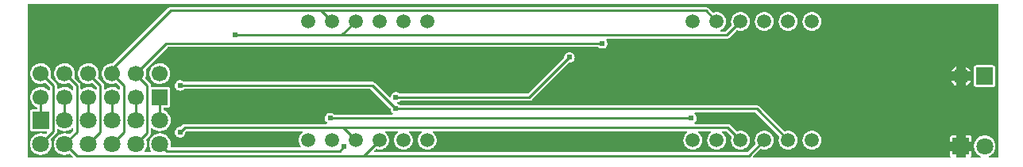
<source format=gtl>
G04 Layer: TopLayer*
G04 EasyEDA v6.5.9, 2023-12-18 21:36:12*
G04 Gerber Generator version 0.2*
G04 Scale: 100 percent, Rotated: No, Reflected: No *
G04 Dimensions in millimeters *
G04 leading zeros omitted , absolute positions ,4 integer and 5 decimal *
%FSLAX45Y45*%
%MOMM*%

%ADD10C,0.2540*%
%ADD11C,1.8000*%
%ADD12C,1.7000*%
%ADD13C,1.5000*%
%ADD14C,0.6096*%
%ADD15C,0.0137*%

%LPD*%
G36*
X886053Y3675887D02*
G01*
X882192Y3676650D01*
X878890Y3678885D01*
X876655Y3682187D01*
X875893Y3686048D01*
X875893Y5313934D01*
X876655Y5317794D01*
X878890Y5321096D01*
X882192Y5323332D01*
X886053Y5324094D01*
X11213896Y5324094D01*
X11217808Y5323332D01*
X11221110Y5321096D01*
X11223294Y5317794D01*
X11224056Y5313934D01*
X11224056Y3686048D01*
X11223294Y3682187D01*
X11221110Y3678885D01*
X11217808Y3676650D01*
X11213896Y3675887D01*
X11130889Y3675887D01*
X11126571Y3676853D01*
X11123066Y3679596D01*
X11121085Y3683558D01*
X11120932Y3687978D01*
X11122710Y3692042D01*
X11126012Y3694988D01*
X11139068Y3702151D01*
X11150854Y3710686D01*
X11161471Y3720642D01*
X11170716Y3731869D01*
X11178540Y3744163D01*
X11184737Y3757320D01*
X11189208Y3771188D01*
X11191951Y3785463D01*
X11192865Y3799992D01*
X11191951Y3814521D01*
X11189208Y3828796D01*
X11184737Y3842664D01*
X11178540Y3855821D01*
X11170716Y3868115D01*
X11161471Y3879342D01*
X11150854Y3889298D01*
X11139068Y3897833D01*
X11126317Y3904843D01*
X11112804Y3910228D01*
X11098682Y3913835D01*
X11084255Y3915664D01*
X11069726Y3915664D01*
X11055248Y3913835D01*
X11041176Y3910228D01*
X11027613Y3904843D01*
X11014862Y3897833D01*
X11003127Y3889298D01*
X10992510Y3879342D01*
X10983214Y3868115D01*
X10975441Y3855821D01*
X10969244Y3842664D01*
X10964722Y3828796D01*
X10961979Y3814521D01*
X10961065Y3799992D01*
X10961979Y3785463D01*
X10964722Y3771188D01*
X10969244Y3757320D01*
X10975441Y3744163D01*
X10983214Y3731869D01*
X10992510Y3720642D01*
X11003127Y3710686D01*
X11014862Y3702151D01*
X11027968Y3694988D01*
X11031270Y3692042D01*
X11033048Y3687978D01*
X11032896Y3683558D01*
X11030864Y3679596D01*
X11027359Y3676853D01*
X11023041Y3675887D01*
X10939729Y3675887D01*
X10935868Y3676650D01*
X10932566Y3678885D01*
X10930331Y3682187D01*
X10929569Y3686048D01*
X10930331Y3689959D01*
X10933176Y3693871D01*
X10936274Y3698798D01*
X10938154Y3704234D01*
X10938865Y3710584D01*
X10938865Y3748633D01*
X10874349Y3748633D01*
X10874349Y3686048D01*
X10873536Y3682187D01*
X10871352Y3678885D01*
X10868050Y3676650D01*
X10864189Y3675887D01*
X10781792Y3675887D01*
X10777880Y3676650D01*
X10774629Y3678885D01*
X10772394Y3682187D01*
X10771632Y3686048D01*
X10771632Y3748633D01*
X10707065Y3748633D01*
X10707065Y3710584D01*
X10707776Y3704234D01*
X10709706Y3698798D01*
X10715599Y3689959D01*
X10716361Y3686048D01*
X10715599Y3682187D01*
X10713415Y3678885D01*
X10710113Y3676650D01*
X10706201Y3675887D01*
X8617051Y3675887D01*
X8613140Y3676650D01*
X8609838Y3678885D01*
X8607653Y3682187D01*
X8606891Y3686048D01*
X8607653Y3689959D01*
X8609838Y3693261D01*
X8683853Y3767277D01*
X8687104Y3769410D01*
X8690864Y3770223D01*
X8694674Y3769563D01*
X8697112Y3768648D01*
X8710218Y3765499D01*
X8723630Y3764178D01*
X8737092Y3764635D01*
X8750350Y3766870D01*
X8763254Y3770833D01*
X8775446Y3776522D01*
X8786825Y3783787D01*
X8797137Y3792474D01*
X8806180Y3802481D01*
X8813800Y3813556D01*
X8819845Y3825595D01*
X8824264Y3838346D01*
X8826957Y3851554D01*
X8827871Y3864965D01*
X8826957Y3878427D01*
X8824264Y3891635D01*
X8819845Y3904386D01*
X8813800Y3916426D01*
X8806180Y3927500D01*
X8797137Y3937508D01*
X8786825Y3946194D01*
X8775446Y3953459D01*
X8763254Y3959148D01*
X8750350Y3963111D01*
X8737092Y3965346D01*
X8723630Y3965803D01*
X8710218Y3964482D01*
X8697112Y3961333D01*
X8684514Y3956507D01*
X8672677Y3950004D01*
X8661857Y3942029D01*
X8652154Y3932682D01*
X8643823Y3922064D01*
X8636965Y3910482D01*
X8631682Y3898087D01*
X8628126Y3885082D01*
X8626348Y3871722D01*
X8626348Y3858260D01*
X8628126Y3844899D01*
X8631783Y3831590D01*
X8632088Y3828084D01*
X8631174Y3824630D01*
X8629142Y3821734D01*
X8548979Y3741572D01*
X8545677Y3739387D01*
X8541816Y3738575D01*
X4579721Y3738575D01*
X4575860Y3739387D01*
X4572558Y3741572D01*
X4570374Y3744874D01*
X4569561Y3748735D01*
X4570374Y3752646D01*
X4572558Y3755948D01*
X4583887Y3767277D01*
X4587087Y3769410D01*
X4590897Y3770223D01*
X4594707Y3769563D01*
X4597095Y3768648D01*
X4610201Y3765499D01*
X4623612Y3764178D01*
X4637074Y3764635D01*
X4650384Y3766870D01*
X4663236Y3770833D01*
X4675479Y3776522D01*
X4686858Y3783787D01*
X4697120Y3792474D01*
X4706162Y3802481D01*
X4713782Y3813556D01*
X4719878Y3825595D01*
X4724298Y3838346D01*
X4726990Y3851554D01*
X4727854Y3864965D01*
X4726990Y3878427D01*
X4724298Y3891635D01*
X4719878Y3904386D01*
X4713782Y3916426D01*
X4706162Y3927500D01*
X4697120Y3937508D01*
X4690059Y3943451D01*
X4687570Y3946702D01*
X4686503Y3950665D01*
X4687112Y3954729D01*
X4689246Y3958183D01*
X4692599Y3960571D01*
X4696663Y3961384D01*
X4811217Y3961384D01*
X4815332Y3960520D01*
X4818735Y3958031D01*
X4820869Y3954373D01*
X4821326Y3950208D01*
X4820056Y3946194D01*
X4817211Y3943045D01*
X4815840Y3942029D01*
X4806188Y3932682D01*
X4797806Y3922064D01*
X4790948Y3910482D01*
X4785664Y3898087D01*
X4782108Y3885082D01*
X4780330Y3871722D01*
X4780330Y3858260D01*
X4782108Y3844899D01*
X4785664Y3831894D01*
X4790948Y3819499D01*
X4797806Y3807917D01*
X4806188Y3797300D01*
X4815840Y3787952D01*
X4826711Y3779977D01*
X4838547Y3773474D01*
X4851095Y3768648D01*
X4864201Y3765499D01*
X4877612Y3764178D01*
X4891074Y3764635D01*
X4904384Y3766870D01*
X4917236Y3770833D01*
X4929479Y3776522D01*
X4940858Y3783787D01*
X4951120Y3792474D01*
X4960162Y3802481D01*
X4967782Y3813556D01*
X4973878Y3825595D01*
X4978298Y3838346D01*
X4980990Y3851554D01*
X4981854Y3864965D01*
X4980990Y3878427D01*
X4978298Y3891635D01*
X4973878Y3904386D01*
X4967782Y3916426D01*
X4960162Y3927500D01*
X4951120Y3937508D01*
X4944059Y3943451D01*
X4941570Y3946702D01*
X4940503Y3950665D01*
X4941112Y3954729D01*
X4943246Y3958183D01*
X4946599Y3960571D01*
X4950663Y3961384D01*
X5065217Y3961384D01*
X5069332Y3960520D01*
X5072735Y3958031D01*
X5074869Y3954373D01*
X5075326Y3950208D01*
X5074056Y3946194D01*
X5071211Y3943045D01*
X5069840Y3942029D01*
X5060188Y3932682D01*
X5051806Y3922064D01*
X5044948Y3910482D01*
X5039664Y3898087D01*
X5036108Y3885082D01*
X5034330Y3871722D01*
X5034330Y3858260D01*
X5036108Y3844899D01*
X5039664Y3831894D01*
X5044948Y3819499D01*
X5051806Y3807917D01*
X5060188Y3797300D01*
X5069840Y3787952D01*
X5080711Y3779977D01*
X5092547Y3773474D01*
X5105095Y3768648D01*
X5118201Y3765499D01*
X5131612Y3764178D01*
X5145074Y3764635D01*
X5158384Y3766870D01*
X5171236Y3770833D01*
X5183479Y3776522D01*
X5194858Y3783787D01*
X5205120Y3792474D01*
X5214162Y3802481D01*
X5221782Y3813556D01*
X5227878Y3825595D01*
X5232298Y3838346D01*
X5234990Y3851554D01*
X5235854Y3864965D01*
X5234990Y3878427D01*
X5232298Y3891635D01*
X5227878Y3904386D01*
X5221782Y3916426D01*
X5214162Y3927500D01*
X5205120Y3937508D01*
X5198059Y3943451D01*
X5195570Y3946702D01*
X5194503Y3950665D01*
X5195112Y3954729D01*
X5197246Y3958183D01*
X5200599Y3960571D01*
X5204663Y3961384D01*
X7895183Y3961384D01*
X7899298Y3960520D01*
X7902752Y3958031D01*
X7904835Y3954373D01*
X7905292Y3950208D01*
X7904022Y3946194D01*
X7901228Y3943045D01*
X7899857Y3942029D01*
X7890154Y3932682D01*
X7881823Y3922064D01*
X7874965Y3910482D01*
X7869681Y3898087D01*
X7866125Y3885082D01*
X7864348Y3871722D01*
X7864348Y3858260D01*
X7866125Y3844899D01*
X7869681Y3831894D01*
X7874965Y3819499D01*
X7881823Y3807917D01*
X7890154Y3797300D01*
X7899857Y3787952D01*
X7910677Y3779977D01*
X7922514Y3773474D01*
X7935112Y3768648D01*
X7948218Y3765499D01*
X7961630Y3764178D01*
X7975092Y3764635D01*
X7988350Y3766870D01*
X8001253Y3770833D01*
X8013446Y3776522D01*
X8024825Y3783787D01*
X8035137Y3792474D01*
X8044180Y3802481D01*
X8051800Y3813556D01*
X8057845Y3825595D01*
X8062264Y3838346D01*
X8064957Y3851554D01*
X8065871Y3864965D01*
X8064957Y3878427D01*
X8062264Y3891635D01*
X8057845Y3904386D01*
X8051800Y3916426D01*
X8044180Y3927500D01*
X8035137Y3937508D01*
X8028076Y3943451D01*
X8025536Y3946702D01*
X8024469Y3950665D01*
X8025079Y3954729D01*
X8027263Y3958183D01*
X8030616Y3960571D01*
X8034629Y3961384D01*
X8149183Y3961384D01*
X8153298Y3960520D01*
X8156752Y3958031D01*
X8158835Y3954373D01*
X8159292Y3950208D01*
X8158022Y3946194D01*
X8155228Y3943045D01*
X8153857Y3942029D01*
X8144154Y3932682D01*
X8135823Y3922064D01*
X8128965Y3910482D01*
X8123681Y3898087D01*
X8120125Y3885082D01*
X8118348Y3871722D01*
X8118348Y3858260D01*
X8120125Y3844899D01*
X8123681Y3831894D01*
X8128965Y3819499D01*
X8135823Y3807917D01*
X8144154Y3797300D01*
X8153857Y3787952D01*
X8164677Y3779977D01*
X8176514Y3773474D01*
X8189112Y3768648D01*
X8202218Y3765499D01*
X8215630Y3764178D01*
X8229092Y3764635D01*
X8242350Y3766870D01*
X8255253Y3770833D01*
X8267446Y3776522D01*
X8278825Y3783787D01*
X8289137Y3792474D01*
X8298180Y3802481D01*
X8305800Y3813556D01*
X8311845Y3825595D01*
X8316264Y3838346D01*
X8318957Y3851554D01*
X8319871Y3864965D01*
X8318957Y3878427D01*
X8316264Y3891635D01*
X8311845Y3904386D01*
X8305800Y3916426D01*
X8298180Y3927500D01*
X8289137Y3937508D01*
X8282076Y3943451D01*
X8279536Y3946702D01*
X8278469Y3950665D01*
X8279079Y3954729D01*
X8281263Y3958183D01*
X8284616Y3960571D01*
X8288629Y3961384D01*
X8317788Y3961384D01*
X8321700Y3960622D01*
X8324951Y3958386D01*
X8375142Y3908247D01*
X8377174Y3905351D01*
X8378088Y3901897D01*
X8377783Y3898392D01*
X8374125Y3885082D01*
X8372348Y3871722D01*
X8372348Y3858260D01*
X8374125Y3844899D01*
X8377681Y3831894D01*
X8382965Y3819499D01*
X8389823Y3807917D01*
X8398154Y3797300D01*
X8407857Y3787952D01*
X8418677Y3779977D01*
X8430514Y3773474D01*
X8443112Y3768648D01*
X8456218Y3765499D01*
X8469630Y3764178D01*
X8483092Y3764635D01*
X8496350Y3766870D01*
X8509254Y3770833D01*
X8521446Y3776522D01*
X8532825Y3783787D01*
X8543137Y3792474D01*
X8552180Y3802481D01*
X8559800Y3813556D01*
X8565845Y3825595D01*
X8570264Y3838346D01*
X8572957Y3851554D01*
X8573871Y3864965D01*
X8572957Y3878427D01*
X8570264Y3891635D01*
X8565845Y3904386D01*
X8559800Y3916426D01*
X8552180Y3927500D01*
X8543137Y3937508D01*
X8532825Y3946194D01*
X8521446Y3953459D01*
X8509254Y3959148D01*
X8496350Y3963111D01*
X8483092Y3965346D01*
X8469630Y3965803D01*
X8456218Y3964482D01*
X8443112Y3961333D01*
X8440674Y3960418D01*
X8436864Y3959758D01*
X8433104Y3960571D01*
X8429853Y3962704D01*
X8365642Y4026915D01*
X8359394Y4032046D01*
X8352739Y4035602D01*
X8345525Y4037787D01*
X8337499Y4038600D01*
X7992313Y4038600D01*
X7988401Y4039362D01*
X7985099Y4041597D01*
X7982864Y4044899D01*
X7982153Y4048810D01*
X7982915Y4052722D01*
X7985150Y4056024D01*
X7993176Y4063898D01*
X7998764Y4071874D01*
X8002930Y4080814D01*
X8005470Y4090263D01*
X8006334Y4100068D01*
X8005470Y4109872D01*
X8002930Y4119321D01*
X7998764Y4128262D01*
X7993176Y4136288D01*
X7985353Y4144010D01*
X7983118Y4147312D01*
X7982356Y4151172D01*
X7983118Y4155084D01*
X7985302Y4158386D01*
X7988604Y4160621D01*
X7992516Y4161383D01*
X8625789Y4161383D01*
X8629700Y4160621D01*
X8632952Y4158386D01*
X8883142Y3908247D01*
X8885174Y3905351D01*
X8886088Y3901897D01*
X8885783Y3898392D01*
X8882126Y3885082D01*
X8880348Y3871722D01*
X8880348Y3858260D01*
X8882126Y3844899D01*
X8885682Y3831894D01*
X8890965Y3819499D01*
X8897823Y3807917D01*
X8906154Y3797300D01*
X8915857Y3787952D01*
X8926677Y3779977D01*
X8938514Y3773474D01*
X8951112Y3768648D01*
X8964218Y3765499D01*
X8977630Y3764178D01*
X8991092Y3764635D01*
X9004350Y3766870D01*
X9017254Y3770833D01*
X9029446Y3776522D01*
X9040825Y3783787D01*
X9051137Y3792474D01*
X9060180Y3802481D01*
X9067800Y3813556D01*
X9073845Y3825595D01*
X9078264Y3838346D01*
X9080957Y3851554D01*
X9081871Y3864965D01*
X9080957Y3878427D01*
X9078264Y3891635D01*
X9073845Y3904386D01*
X9067800Y3916426D01*
X9060180Y3927500D01*
X9051137Y3937508D01*
X9040825Y3946194D01*
X9029446Y3953459D01*
X9017254Y3959148D01*
X9004350Y3963111D01*
X8991092Y3965346D01*
X8977630Y3965803D01*
X8964218Y3964482D01*
X8951112Y3961333D01*
X8948674Y3960418D01*
X8944864Y3959758D01*
X8941104Y3960571D01*
X8937853Y3962704D01*
X8673642Y4226915D01*
X8667394Y4232046D01*
X8660739Y4235602D01*
X8653526Y4237786D01*
X8645499Y4238599D01*
X4844999Y4238599D01*
X4841087Y4239361D01*
X4837785Y4241596D01*
X4836210Y4243171D01*
X4828184Y4248810D01*
X4820666Y4252264D01*
X4817567Y4254500D01*
X4815535Y4257751D01*
X4814824Y4261510D01*
X4815535Y4265218D01*
X4817567Y4268470D01*
X4820666Y4270705D01*
X4828184Y4274210D01*
X4836210Y4279849D01*
X4837785Y4281424D01*
X4841087Y4283608D01*
X4844999Y4284370D01*
X6222492Y4284370D01*
X6230518Y4285183D01*
X6237732Y4287367D01*
X6244386Y4290923D01*
X6250635Y4296054D01*
X6645452Y4690872D01*
X6648348Y4692904D01*
X6651752Y4693818D01*
X6659778Y4694478D01*
X6669278Y4697018D01*
X6678168Y4701184D01*
X6686194Y4706823D01*
X6693153Y4713782D01*
X6698792Y4721809D01*
X6702958Y4730699D01*
X6705498Y4740198D01*
X6706311Y4750003D01*
X6705498Y4759756D01*
X6702958Y4769256D01*
X6698792Y4778146D01*
X6693153Y4786223D01*
X6686194Y4793132D01*
X6678168Y4798771D01*
X6669278Y4802936D01*
X6659778Y4805476D01*
X6649974Y4806340D01*
X6640220Y4805476D01*
X6630720Y4802936D01*
X6621830Y4798771D01*
X6613753Y4793132D01*
X6606844Y4786223D01*
X6601206Y4778146D01*
X6597040Y4769256D01*
X6594500Y4759756D01*
X6593789Y4751781D01*
X6592874Y4748326D01*
X6590842Y4745482D01*
X6209995Y4364583D01*
X6206693Y4362348D01*
X6202781Y4361586D01*
X4844999Y4361586D01*
X4841087Y4362348D01*
X4837785Y4364583D01*
X4836210Y4366158D01*
X4828184Y4371797D01*
X4819243Y4375962D01*
X4809794Y4378502D01*
X4799990Y4379315D01*
X4790186Y4378502D01*
X4780737Y4375962D01*
X4771796Y4371797D01*
X4763770Y4366158D01*
X4756810Y4359198D01*
X4751171Y4351172D01*
X4747056Y4342282D01*
X4744262Y4331868D01*
X4742332Y4328109D01*
X4739081Y4325467D01*
X4734966Y4324350D01*
X4730800Y4325010D01*
X4727244Y4327296D01*
X4577638Y4476902D01*
X4571441Y4482033D01*
X4564735Y4485589D01*
X4557522Y4487773D01*
X4549495Y4488586D01*
X2544978Y4488586D01*
X2541117Y4489348D01*
X2537815Y4491583D01*
X2536240Y4493158D01*
X2528163Y4498797D01*
X2519273Y4502962D01*
X2509774Y4505502D01*
X2500020Y4506315D01*
X2490216Y4505502D01*
X2480716Y4502962D01*
X2471826Y4498797D01*
X2463749Y4493158D01*
X2456840Y4486198D01*
X2451201Y4478172D01*
X2447036Y4469282D01*
X2444496Y4459782D01*
X2443632Y4449978D01*
X2444496Y4440224D01*
X2447036Y4430725D01*
X2451201Y4421835D01*
X2456840Y4413758D01*
X2463749Y4406849D01*
X2471826Y4401210D01*
X2480716Y4397044D01*
X2490216Y4394504D01*
X2500020Y4393641D01*
X2509774Y4394504D01*
X2519273Y4397044D01*
X2528163Y4401210D01*
X2536240Y4406849D01*
X2537764Y4408373D01*
X2541066Y4410608D01*
X2544978Y4411370D01*
X4529785Y4411370D01*
X4533696Y4410608D01*
X4536998Y4408373D01*
X4740859Y4204512D01*
X4742891Y4201617D01*
X4743805Y4198213D01*
X4744516Y4190187D01*
X4747056Y4180738D01*
X4751171Y4171797D01*
X4756810Y4163771D01*
X4764633Y4156049D01*
X4766818Y4152747D01*
X4767630Y4148886D01*
X4766868Y4144975D01*
X4764684Y4141673D01*
X4761382Y4139437D01*
X4757470Y4138676D01*
X4145076Y4138676D01*
X4141165Y4139437D01*
X4137863Y4141673D01*
X4136288Y4143248D01*
X4128262Y4148886D01*
X4119321Y4153001D01*
X4109872Y4155541D01*
X4100068Y4156405D01*
X4090263Y4155541D01*
X4080814Y4153001D01*
X4071874Y4148886D01*
X4063847Y4143248D01*
X4056887Y4136288D01*
X4051249Y4128262D01*
X4047134Y4119321D01*
X4044594Y4109872D01*
X4043730Y4100068D01*
X4044594Y4090263D01*
X4047134Y4080814D01*
X4051249Y4071874D01*
X4056887Y4063898D01*
X4064863Y4056024D01*
X4067098Y4052722D01*
X4067911Y4048810D01*
X4067149Y4044899D01*
X4064965Y4041597D01*
X4061663Y4039362D01*
X4057751Y4038600D01*
X2550515Y4038600D01*
X2542489Y4037787D01*
X2535224Y4035602D01*
X2528570Y4032046D01*
X2522321Y4026915D01*
X2504541Y4009136D01*
X2501646Y4007104D01*
X2498242Y4006189D01*
X2490216Y4005478D01*
X2480716Y4002938D01*
X2471826Y3998772D01*
X2463749Y3993134D01*
X2456840Y3986225D01*
X2451201Y3978148D01*
X2447036Y3969258D01*
X2444496Y3959758D01*
X2443632Y3950004D01*
X2444496Y3940200D01*
X2447036Y3930700D01*
X2451201Y3921810D01*
X2456840Y3913784D01*
X2463749Y3906824D01*
X2471826Y3901186D01*
X2480716Y3897020D01*
X2490216Y3894480D01*
X2500020Y3893667D01*
X2509774Y3894480D01*
X2519273Y3897020D01*
X2528163Y3901186D01*
X2536240Y3906824D01*
X2543149Y3913784D01*
X2548788Y3921810D01*
X2552954Y3930700D01*
X2555494Y3940200D01*
X2556205Y3948226D01*
X2557119Y3951630D01*
X2559151Y3954526D01*
X2563012Y3958386D01*
X2566314Y3960622D01*
X2570175Y3961384D01*
X3795217Y3961384D01*
X3799332Y3960520D01*
X3802735Y3958031D01*
X3804869Y3954373D01*
X3805326Y3950208D01*
X3804056Y3946194D01*
X3801211Y3943045D01*
X3799840Y3942029D01*
X3790187Y3932682D01*
X3781806Y3922064D01*
X3774948Y3910482D01*
X3769664Y3898087D01*
X3766108Y3885082D01*
X3764330Y3871722D01*
X3764330Y3858260D01*
X3766108Y3844899D01*
X3769664Y3831894D01*
X3774948Y3819499D01*
X3781806Y3807917D01*
X3784041Y3805072D01*
X3786022Y3800957D01*
X3785971Y3796487D01*
X3784041Y3792423D01*
X3780485Y3789578D01*
X3776065Y3788613D01*
X2408478Y3788613D01*
X2404160Y3789578D01*
X2400655Y3792270D01*
X2398623Y3796233D01*
X2398471Y3800652D01*
X2399995Y3808476D01*
X2400909Y3823004D01*
X2399995Y3837533D01*
X2397252Y3851808D01*
X2392781Y3865676D01*
X2386584Y3878834D01*
X2378760Y3891127D01*
X2369464Y3902354D01*
X2358898Y3912311D01*
X2347112Y3920845D01*
X2334361Y3927856D01*
X2320798Y3933240D01*
X2306726Y3936847D01*
X2292299Y3938676D01*
X2277719Y3938676D01*
X2263292Y3936847D01*
X2249220Y3933240D01*
X2235657Y3927856D01*
X2222906Y3920845D01*
X2211120Y3912311D01*
X2200503Y3902354D01*
X2191258Y3891127D01*
X2183434Y3878834D01*
X2177237Y3865676D01*
X2172766Y3851808D01*
X2170023Y3837533D01*
X2169109Y3823004D01*
X2170023Y3808476D01*
X2172766Y3794201D01*
X2177237Y3780332D01*
X2183434Y3767175D01*
X2191715Y3754221D01*
X2193188Y3750157D01*
X2192883Y3745890D01*
X2190800Y3742080D01*
X2187346Y3739540D01*
X2183130Y3738575D01*
X2132888Y3738575D01*
X2128672Y3739540D01*
X2125218Y3742080D01*
X2123135Y3745890D01*
X2122830Y3750157D01*
X2124303Y3754221D01*
X2132584Y3767175D01*
X2138781Y3780332D01*
X2143252Y3794201D01*
X2145995Y3808476D01*
X2146909Y3823004D01*
X2145995Y3837533D01*
X2143252Y3851808D01*
X2138781Y3865676D01*
X2137460Y3870350D01*
X2138172Y3874414D01*
X2140458Y3877818D01*
X2176932Y3914343D01*
X2182063Y3920591D01*
X2185619Y3927246D01*
X2187803Y3934460D01*
X2188616Y3942486D01*
X2188616Y3985412D01*
X2189378Y3989222D01*
X2191512Y3992524D01*
X2194712Y3994708D01*
X2198573Y3995572D01*
X2202383Y3994861D01*
X2205736Y3992778D01*
X2211120Y3987698D01*
X2222906Y3979164D01*
X2235657Y3972153D01*
X2249220Y3966768D01*
X2263292Y3963162D01*
X2277719Y3961333D01*
X2292299Y3961333D01*
X2306726Y3963162D01*
X2320798Y3966768D01*
X2334361Y3972153D01*
X2347112Y3979164D01*
X2358898Y3987698D01*
X2369464Y3997655D01*
X2378760Y4008882D01*
X2386584Y4021175D01*
X2392781Y4034332D01*
X2397252Y4048201D01*
X2399995Y4062476D01*
X2400909Y4077004D01*
X2399995Y4091533D01*
X2397252Y4105808D01*
X2392781Y4119676D01*
X2386584Y4132834D01*
X2378760Y4145127D01*
X2369464Y4156354D01*
X2358898Y4166311D01*
X2347112Y4174845D01*
X2334361Y4181856D01*
X2330043Y4183583D01*
X2326640Y4185767D01*
X2324404Y4189069D01*
X2323592Y4193032D01*
X2323592Y4201922D01*
X2324404Y4205833D01*
X2326589Y4209135D01*
X2329891Y4211320D01*
X2333752Y4212082D01*
X2369413Y4212082D01*
X2375763Y4212793D01*
X2381199Y4214723D01*
X2386126Y4217771D01*
X2390190Y4221886D01*
X2393289Y4226763D01*
X2395169Y4232249D01*
X2395880Y4238548D01*
X2395880Y4407408D01*
X2395169Y4413758D01*
X2393289Y4419193D01*
X2390190Y4424121D01*
X2386126Y4428185D01*
X2381199Y4431284D01*
X2375763Y4433214D01*
X2369413Y4433925D01*
X2200554Y4433925D01*
X2195677Y4434230D01*
X2191969Y4436364D01*
X2189480Y4439767D01*
X2188616Y4443933D01*
X2188616Y4449470D01*
X2187803Y4457496D01*
X2185619Y4464761D01*
X2182063Y4471416D01*
X2176932Y4477664D01*
X2134158Y4520438D01*
X2131872Y4523943D01*
X2131161Y4528007D01*
X2132177Y4532020D01*
X2133752Y4535373D01*
X2138273Y4548886D01*
X2140966Y4562805D01*
X2141880Y4576978D01*
X2140966Y4591202D01*
X2138273Y4605121D01*
X2134108Y4617567D01*
X2133600Y4621276D01*
X2134463Y4624882D01*
X2136597Y4627981D01*
X2367026Y4858410D01*
X2370328Y4860594D01*
X2374188Y4861356D01*
X6954977Y4861356D01*
X6958888Y4860594D01*
X6962190Y4858410D01*
X6963765Y4856835D01*
X6971792Y4851196D01*
X6980732Y4847031D01*
X6990181Y4844491D01*
X6999986Y4843627D01*
X7009790Y4844491D01*
X7019239Y4847031D01*
X7028180Y4851196D01*
X7036206Y4856835D01*
X7043166Y4863744D01*
X7048804Y4871821D01*
X7052919Y4880711D01*
X7055459Y4890211D01*
X7056323Y4899964D01*
X7055459Y4909769D01*
X7052919Y4919268D01*
X7048804Y4928158D01*
X7045756Y4932476D01*
X7044080Y4936540D01*
X7044283Y4940960D01*
X7046315Y4944872D01*
X7049770Y4947513D01*
X7054088Y4948478D01*
X8324596Y4948478D01*
X8332622Y4949291D01*
X8339836Y4951476D01*
X8346541Y4955032D01*
X8352739Y4960162D01*
X8429853Y5037277D01*
X8433104Y5039410D01*
X8436864Y5040223D01*
X8440674Y5039563D01*
X8443112Y5038648D01*
X8456218Y5035499D01*
X8469630Y5034178D01*
X8483092Y5034635D01*
X8496350Y5036870D01*
X8509254Y5040833D01*
X8521446Y5046522D01*
X8532825Y5053787D01*
X8543137Y5062474D01*
X8552180Y5072481D01*
X8559800Y5083556D01*
X8565845Y5095595D01*
X8570264Y5108346D01*
X8572957Y5121554D01*
X8573871Y5134965D01*
X8572957Y5148427D01*
X8570264Y5161635D01*
X8565845Y5174386D01*
X8559800Y5186426D01*
X8552180Y5197500D01*
X8543137Y5207508D01*
X8532825Y5216194D01*
X8521446Y5223459D01*
X8509254Y5229148D01*
X8496350Y5233111D01*
X8483092Y5235346D01*
X8469630Y5235803D01*
X8456218Y5234482D01*
X8443112Y5231333D01*
X8430514Y5226507D01*
X8418677Y5220004D01*
X8407857Y5212029D01*
X8398154Y5202682D01*
X8389823Y5192064D01*
X8382965Y5180482D01*
X8377681Y5168087D01*
X8374125Y5155082D01*
X8372348Y5141722D01*
X8372348Y5128260D01*
X8374125Y5114899D01*
X8377783Y5101590D01*
X8378088Y5098084D01*
X8377174Y5094630D01*
X8375142Y5091734D01*
X8312099Y5028692D01*
X8308797Y5026456D01*
X8304885Y5025694D01*
X8268614Y5025694D01*
X8264804Y5026456D01*
X8261553Y5028590D01*
X8259318Y5031790D01*
X8258505Y5035600D01*
X8259114Y5039461D01*
X8261197Y5042763D01*
X8264347Y5045100D01*
X8267446Y5046522D01*
X8278825Y5053787D01*
X8289137Y5062474D01*
X8298180Y5072481D01*
X8305800Y5083556D01*
X8311845Y5095595D01*
X8316264Y5108346D01*
X8318957Y5121554D01*
X8319871Y5134965D01*
X8318957Y5148427D01*
X8316264Y5161635D01*
X8311845Y5174386D01*
X8305800Y5186426D01*
X8298180Y5197500D01*
X8289137Y5207508D01*
X8278825Y5216194D01*
X8267446Y5223459D01*
X8255253Y5229148D01*
X8242350Y5233111D01*
X8229092Y5235346D01*
X8215630Y5235803D01*
X8202218Y5234482D01*
X8189112Y5231333D01*
X8186674Y5230418D01*
X8182864Y5229758D01*
X8179104Y5230571D01*
X8175853Y5232704D01*
X8131657Y5276951D01*
X8125409Y5282031D01*
X8118754Y5285638D01*
X8111540Y5287822D01*
X8103514Y5288584D01*
X2400503Y5288584D01*
X2392476Y5287822D01*
X2385263Y5285638D01*
X2378557Y5282031D01*
X2372360Y5276951D01*
X1786178Y4690770D01*
X1783029Y4688636D01*
X1779320Y4687773D01*
X1766366Y4687366D01*
X1752295Y4685131D01*
X1738680Y4681067D01*
X1725726Y4675327D01*
X1713534Y4667961D01*
X1702460Y4659071D01*
X1692554Y4648860D01*
X1684070Y4637481D01*
X1677111Y4625136D01*
X1671777Y4611928D01*
X1668170Y4598212D01*
X1666341Y4584090D01*
X1666341Y4569917D01*
X1668170Y4555794D01*
X1671777Y4542078D01*
X1677111Y4528870D01*
X1684070Y4516526D01*
X1692554Y4505096D01*
X1702460Y4494936D01*
X1713534Y4486046D01*
X1725726Y4478680D01*
X1738680Y4472940D01*
X1752295Y4468876D01*
X1766366Y4466640D01*
X1780539Y4466183D01*
X1794713Y4467555D01*
X1808530Y4470704D01*
X1814271Y4472787D01*
X1818030Y4473397D01*
X1821789Y4472584D01*
X1824939Y4470450D01*
X1858416Y4436973D01*
X1860600Y4433671D01*
X1861413Y4429810D01*
X1861413Y4418533D01*
X1860448Y4414215D01*
X1857756Y4410760D01*
X1853844Y4408728D01*
X1849475Y4408525D01*
X1845411Y4410202D01*
X1834489Y4417822D01*
X1821891Y4424375D01*
X1808530Y4429302D01*
X1794713Y4432452D01*
X1780539Y4433824D01*
X1766366Y4433366D01*
X1752295Y4431131D01*
X1738680Y4427067D01*
X1725726Y4421327D01*
X1713534Y4413961D01*
X1705102Y4407204D01*
X1701749Y4405426D01*
X1697989Y4405020D01*
X1694332Y4405985D01*
X1691335Y4408220D01*
X1689303Y4411421D01*
X1688592Y4415129D01*
X1688592Y4449470D01*
X1687830Y4457496D01*
X1685645Y4464761D01*
X1682038Y4471416D01*
X1676958Y4477664D01*
X1628546Y4526026D01*
X1626463Y4529074D01*
X1625600Y4532731D01*
X1626107Y4536389D01*
X1630273Y4548886D01*
X1632966Y4562805D01*
X1633880Y4576978D01*
X1632966Y4591202D01*
X1630273Y4605121D01*
X1625752Y4618634D01*
X1619605Y4631436D01*
X1611833Y4643323D01*
X1602638Y4654143D01*
X1592122Y4663694D01*
X1580489Y4671822D01*
X1567891Y4678375D01*
X1554530Y4683302D01*
X1540713Y4686452D01*
X1526540Y4687824D01*
X1512366Y4687366D01*
X1498295Y4685131D01*
X1484680Y4681067D01*
X1471726Y4675327D01*
X1459534Y4667961D01*
X1448460Y4659071D01*
X1438554Y4648860D01*
X1430070Y4637481D01*
X1423111Y4625136D01*
X1417777Y4611928D01*
X1414170Y4598212D01*
X1412341Y4584090D01*
X1412341Y4569917D01*
X1414170Y4555794D01*
X1417777Y4542078D01*
X1423111Y4528870D01*
X1430070Y4516526D01*
X1438554Y4505096D01*
X1448460Y4494936D01*
X1459534Y4486046D01*
X1471726Y4478680D01*
X1484680Y4472940D01*
X1498295Y4468876D01*
X1512366Y4466640D01*
X1526540Y4466183D01*
X1540713Y4467555D01*
X1554530Y4470704D01*
X1563166Y4473854D01*
X1566976Y4474514D01*
X1570685Y4473651D01*
X1573885Y4471517D01*
X1608429Y4436973D01*
X1610614Y4433671D01*
X1611376Y4429810D01*
X1611376Y4415180D01*
X1610664Y4411319D01*
X1608531Y4408068D01*
X1605330Y4405884D01*
X1601571Y4405020D01*
X1597710Y4405630D01*
X1594408Y4407611D01*
X1592122Y4409694D01*
X1580489Y4417822D01*
X1567891Y4424375D01*
X1554530Y4429302D01*
X1540713Y4432452D01*
X1526540Y4433824D01*
X1512366Y4433366D01*
X1498295Y4431131D01*
X1484680Y4427067D01*
X1471726Y4421327D01*
X1459534Y4413961D01*
X1455115Y4410405D01*
X1451762Y4408627D01*
X1448003Y4408220D01*
X1444345Y4409186D01*
X1441297Y4411421D01*
X1439316Y4414621D01*
X1438605Y4418330D01*
X1438605Y4449470D01*
X1437792Y4457496D01*
X1435608Y4464761D01*
X1432052Y4471416D01*
X1426921Y4477664D01*
X1375562Y4529023D01*
X1373479Y4532071D01*
X1372616Y4535728D01*
X1373124Y4539386D01*
X1376273Y4548886D01*
X1378966Y4562805D01*
X1379880Y4576978D01*
X1378966Y4591202D01*
X1376273Y4605121D01*
X1371752Y4618634D01*
X1365605Y4631436D01*
X1357833Y4643323D01*
X1348638Y4654143D01*
X1338122Y4663694D01*
X1326489Y4671822D01*
X1313891Y4678375D01*
X1300530Y4683302D01*
X1286713Y4686452D01*
X1272540Y4687824D01*
X1258366Y4687366D01*
X1244295Y4685131D01*
X1230680Y4681067D01*
X1217726Y4675327D01*
X1205534Y4667961D01*
X1194460Y4659071D01*
X1184554Y4648860D01*
X1176070Y4637481D01*
X1169111Y4625136D01*
X1163777Y4611928D01*
X1160170Y4598212D01*
X1158341Y4584090D01*
X1158341Y4569917D01*
X1160170Y4555794D01*
X1163777Y4542078D01*
X1169111Y4528870D01*
X1176070Y4516526D01*
X1184554Y4505096D01*
X1194460Y4494936D01*
X1205534Y4486046D01*
X1217726Y4478680D01*
X1230680Y4472940D01*
X1244295Y4468876D01*
X1258366Y4466640D01*
X1272540Y4466183D01*
X1286713Y4467555D01*
X1300530Y4470704D01*
X1312113Y4474972D01*
X1315872Y4475581D01*
X1319631Y4474768D01*
X1322781Y4472584D01*
X1358392Y4436973D01*
X1360627Y4433671D01*
X1361389Y4429810D01*
X1361389Y4411522D01*
X1360627Y4407712D01*
X1358544Y4404461D01*
X1355344Y4402226D01*
X1351534Y4401362D01*
X1347724Y4401972D01*
X1344422Y4404004D01*
X1338122Y4409694D01*
X1326489Y4417822D01*
X1313891Y4424375D01*
X1300530Y4429302D01*
X1286713Y4432452D01*
X1272540Y4433824D01*
X1258366Y4433366D01*
X1244295Y4431131D01*
X1230680Y4427067D01*
X1217726Y4421327D01*
X1205077Y4413605D01*
X1201775Y4411827D01*
X1198016Y4411421D01*
X1194358Y4412386D01*
X1191310Y4414621D01*
X1189329Y4417822D01*
X1188618Y4421530D01*
X1188618Y4449470D01*
X1187805Y4457496D01*
X1185621Y4464761D01*
X1182065Y4471416D01*
X1176934Y4477664D01*
X1122578Y4532020D01*
X1120444Y4535119D01*
X1119581Y4538726D01*
X1120089Y4542434D01*
X1122273Y4548886D01*
X1124966Y4562805D01*
X1125880Y4576978D01*
X1124966Y4591202D01*
X1122273Y4605121D01*
X1117752Y4618634D01*
X1111605Y4631436D01*
X1103833Y4643323D01*
X1094638Y4654143D01*
X1084122Y4663694D01*
X1072489Y4671822D01*
X1059891Y4678375D01*
X1046530Y4683302D01*
X1032713Y4686452D01*
X1018540Y4687824D01*
X1004366Y4687366D01*
X990295Y4685131D01*
X976680Y4681067D01*
X963726Y4675327D01*
X951534Y4667961D01*
X940460Y4659071D01*
X930554Y4648860D01*
X922070Y4637481D01*
X915111Y4625136D01*
X909777Y4611928D01*
X906170Y4598212D01*
X904341Y4584090D01*
X904341Y4569917D01*
X906170Y4555794D01*
X909777Y4542078D01*
X915111Y4528870D01*
X922070Y4516526D01*
X930554Y4505096D01*
X940460Y4494936D01*
X951534Y4486046D01*
X963726Y4478680D01*
X976680Y4472940D01*
X990295Y4468876D01*
X1004366Y4466640D01*
X1018540Y4466183D01*
X1032713Y4467555D01*
X1046530Y4470704D01*
X1060907Y4476038D01*
X1064717Y4476699D01*
X1068476Y4475886D01*
X1071676Y4473752D01*
X1108405Y4436973D01*
X1110640Y4433671D01*
X1111402Y4429810D01*
X1111402Y4407865D01*
X1110640Y4404055D01*
X1108506Y4400804D01*
X1105357Y4398619D01*
X1101547Y4397756D01*
X1097737Y4398365D01*
X1094384Y4400346D01*
X1084122Y4409694D01*
X1072489Y4417822D01*
X1059891Y4424375D01*
X1046530Y4429302D01*
X1032713Y4432452D01*
X1018540Y4433824D01*
X1004366Y4433366D01*
X990295Y4431131D01*
X976680Y4427067D01*
X963726Y4421327D01*
X951534Y4413961D01*
X940460Y4405071D01*
X930554Y4394860D01*
X922070Y4383481D01*
X915111Y4371136D01*
X909777Y4357928D01*
X906170Y4344212D01*
X904341Y4330090D01*
X904341Y4315917D01*
X906170Y4301794D01*
X909777Y4288078D01*
X915111Y4274870D01*
X922070Y4262526D01*
X930554Y4251096D01*
X940460Y4240936D01*
X951534Y4232046D01*
X963726Y4224680D01*
X970330Y4221734D01*
X973531Y4219549D01*
X975664Y4216247D01*
X976376Y4212437D01*
X976376Y4203090D01*
X975614Y4199178D01*
X973429Y4195876D01*
X970127Y4193692D01*
X966216Y4192930D01*
X925576Y4192930D01*
X919276Y4192219D01*
X913790Y4190288D01*
X908913Y4187190D01*
X904798Y4183126D01*
X901700Y4178198D01*
X899820Y4172762D01*
X899109Y4166412D01*
X899109Y3987596D01*
X899820Y3981246D01*
X901700Y3975811D01*
X904798Y3970883D01*
X908913Y3966819D01*
X913790Y3963720D01*
X919276Y3961790D01*
X925576Y3961079D01*
X1073962Y3961079D01*
X1077874Y3960317D01*
X1081176Y3958132D01*
X1083360Y3954830D01*
X1084122Y3950919D01*
X1083360Y3947058D01*
X1081176Y3943756D01*
X1069746Y3932326D01*
X1066495Y3930142D01*
X1062634Y3929329D01*
X1058824Y3930040D01*
X1050798Y3933240D01*
X1036726Y3936847D01*
X1022299Y3938676D01*
X1007719Y3938676D01*
X993292Y3936847D01*
X979220Y3933240D01*
X965657Y3927856D01*
X952906Y3920845D01*
X941120Y3912311D01*
X930503Y3902354D01*
X921258Y3891127D01*
X913434Y3878834D01*
X907237Y3865676D01*
X902766Y3851808D01*
X900023Y3837533D01*
X899109Y3823004D01*
X900023Y3808476D01*
X902766Y3794201D01*
X907237Y3780332D01*
X913434Y3767175D01*
X921258Y3754882D01*
X930503Y3743655D01*
X941120Y3733698D01*
X952906Y3725164D01*
X965657Y3718153D01*
X979220Y3712768D01*
X993292Y3709162D01*
X1007719Y3707333D01*
X1022299Y3707333D01*
X1036726Y3709162D01*
X1050798Y3712768D01*
X1064361Y3718153D01*
X1077112Y3725164D01*
X1088898Y3733698D01*
X1099464Y3743655D01*
X1108760Y3754882D01*
X1116584Y3767175D01*
X1122781Y3780332D01*
X1127252Y3794201D01*
X1129995Y3808476D01*
X1130909Y3823004D01*
X1129995Y3837533D01*
X1127252Y3851808D01*
X1122781Y3865676D01*
X1121460Y3870350D01*
X1122172Y3874414D01*
X1124458Y3877818D01*
X1176934Y3930345D01*
X1182065Y3936593D01*
X1185621Y3943248D01*
X1187805Y3950462D01*
X1188618Y3958488D01*
X1188618Y3972509D01*
X1189583Y3976827D01*
X1192276Y3980332D01*
X1196238Y3982364D01*
X1200658Y3982516D01*
X1204722Y3980738D01*
X1206906Y3979164D01*
X1219657Y3972153D01*
X1233220Y3966768D01*
X1247292Y3963162D01*
X1261719Y3961333D01*
X1276299Y3961333D01*
X1290726Y3963162D01*
X1304798Y3966768D01*
X1318361Y3972153D01*
X1331112Y3979164D01*
X1342898Y3987698D01*
X1344269Y3989019D01*
X1347571Y3991101D01*
X1351432Y3991762D01*
X1355242Y3990949D01*
X1358493Y3988714D01*
X1360627Y3985463D01*
X1361389Y3981602D01*
X1361389Y3974185D01*
X1360627Y3970324D01*
X1358392Y3967022D01*
X1323746Y3932326D01*
X1320495Y3930142D01*
X1316634Y3929329D01*
X1312824Y3930040D01*
X1304798Y3933240D01*
X1290726Y3936847D01*
X1276299Y3938676D01*
X1261719Y3938676D01*
X1247292Y3936847D01*
X1233220Y3933240D01*
X1219657Y3927856D01*
X1206906Y3920845D01*
X1195120Y3912311D01*
X1184503Y3902354D01*
X1175258Y3891127D01*
X1167434Y3878834D01*
X1161237Y3865676D01*
X1156766Y3851808D01*
X1154023Y3837533D01*
X1153109Y3823004D01*
X1154023Y3808476D01*
X1156766Y3794201D01*
X1161237Y3780332D01*
X1167434Y3767175D01*
X1175258Y3754882D01*
X1184503Y3743655D01*
X1195120Y3733698D01*
X1206906Y3725164D01*
X1219657Y3718153D01*
X1233220Y3712768D01*
X1247292Y3709162D01*
X1261719Y3707333D01*
X1276299Y3707333D01*
X1290726Y3709162D01*
X1304798Y3712768D01*
X1318514Y3718204D01*
X1322374Y3718915D01*
X1326184Y3718153D01*
X1329436Y3715969D01*
X1352143Y3693261D01*
X1354328Y3689959D01*
X1355140Y3686048D01*
X1354328Y3682187D01*
X1352143Y3678885D01*
X1348841Y3676650D01*
X1344980Y3675887D01*
G37*

%LPC*%
G36*
X8977630Y5034178D02*
G01*
X8991092Y5034635D01*
X9004350Y5036870D01*
X9017254Y5040833D01*
X9029446Y5046522D01*
X9040825Y5053787D01*
X9051137Y5062474D01*
X9060180Y5072481D01*
X9067800Y5083556D01*
X9073845Y5095595D01*
X9078264Y5108346D01*
X9080957Y5121554D01*
X9081871Y5134965D01*
X9080957Y5148427D01*
X9078264Y5161635D01*
X9073845Y5174386D01*
X9067800Y5186426D01*
X9060180Y5197500D01*
X9051137Y5207508D01*
X9040825Y5216194D01*
X9029446Y5223459D01*
X9017254Y5229148D01*
X9004350Y5233111D01*
X8991092Y5235346D01*
X8977630Y5235803D01*
X8964218Y5234482D01*
X8951112Y5231333D01*
X8938514Y5226507D01*
X8926677Y5220004D01*
X8915857Y5212029D01*
X8906154Y5202682D01*
X8897823Y5192064D01*
X8890965Y5180482D01*
X8885682Y5168087D01*
X8882126Y5155082D01*
X8880348Y5141722D01*
X8880348Y5128260D01*
X8882126Y5114899D01*
X8885682Y5101894D01*
X8890965Y5089499D01*
X8897823Y5077917D01*
X8906154Y5067300D01*
X8915857Y5057952D01*
X8926677Y5049977D01*
X8938514Y5043474D01*
X8951112Y5038648D01*
X8964218Y5035499D01*
G37*
G36*
X10707065Y3851351D02*
G01*
X10771632Y3851351D01*
X10771632Y3915918D01*
X10733532Y3915918D01*
X10727232Y3915206D01*
X10721746Y3913276D01*
X10716869Y3910177D01*
X10712754Y3906113D01*
X10709706Y3901186D01*
X10707776Y3895750D01*
X10707065Y3889400D01*
G37*
G36*
X10874349Y3851351D02*
G01*
X10938865Y3851351D01*
X10938865Y3889400D01*
X10938154Y3895750D01*
X10936274Y3901186D01*
X10933176Y3906113D01*
X10929112Y3910177D01*
X10924184Y3913276D01*
X10918748Y3915206D01*
X10912398Y3915918D01*
X10874349Y3915918D01*
G37*
G36*
X10987532Y4434078D02*
G01*
X11166398Y4434078D01*
X11172748Y4434789D01*
X11178184Y4436719D01*
X11183112Y4439767D01*
X11187176Y4443882D01*
X11190274Y4448759D01*
X11192154Y4454245D01*
X11192865Y4460544D01*
X11192865Y4639411D01*
X11192154Y4645761D01*
X11190274Y4651197D01*
X11187176Y4656124D01*
X11183112Y4660188D01*
X11178184Y4663287D01*
X11172748Y4665167D01*
X11166398Y4665878D01*
X10987532Y4665878D01*
X10981232Y4665167D01*
X10975746Y4663287D01*
X10970869Y4660188D01*
X10966754Y4656124D01*
X10963706Y4651197D01*
X10961776Y4645761D01*
X10961065Y4639411D01*
X10961065Y4460544D01*
X10961776Y4454245D01*
X10963706Y4448759D01*
X10966754Y4443882D01*
X10970869Y4439767D01*
X10975746Y4436719D01*
X10981232Y4434789D01*
G37*
G36*
X10771632Y4446219D02*
G01*
X10771632Y4498644D01*
X10719308Y4498644D01*
X10721441Y4494174D01*
X10729214Y4481880D01*
X10738510Y4470654D01*
X10749127Y4460697D01*
X10760913Y4452162D01*
G37*
G36*
X9231630Y3764178D02*
G01*
X9245092Y3764635D01*
X9258350Y3766870D01*
X9271254Y3770833D01*
X9283446Y3776522D01*
X9294825Y3783787D01*
X9305137Y3792474D01*
X9314180Y3802481D01*
X9321800Y3813556D01*
X9327845Y3825595D01*
X9332264Y3838346D01*
X9334957Y3851554D01*
X9335871Y3864965D01*
X9334957Y3878427D01*
X9332264Y3891635D01*
X9327845Y3904386D01*
X9321800Y3916426D01*
X9314180Y3927500D01*
X9305137Y3937508D01*
X9294825Y3946194D01*
X9283446Y3953459D01*
X9271254Y3959148D01*
X9258350Y3963111D01*
X9245092Y3965346D01*
X9231630Y3965803D01*
X9218218Y3964482D01*
X9205112Y3961333D01*
X9192514Y3956507D01*
X9180677Y3950004D01*
X9169857Y3942029D01*
X9160154Y3932682D01*
X9151823Y3922064D01*
X9144965Y3910482D01*
X9139682Y3898087D01*
X9136126Y3885082D01*
X9134348Y3871722D01*
X9134348Y3858260D01*
X9136126Y3844899D01*
X9139682Y3831894D01*
X9144965Y3819499D01*
X9151823Y3807917D01*
X9160154Y3797300D01*
X9169857Y3787952D01*
X9180677Y3779977D01*
X9192514Y3773474D01*
X9205112Y3768648D01*
X9218218Y3765499D01*
G37*
G36*
X2288540Y4466183D02*
G01*
X2302713Y4467555D01*
X2316530Y4470704D01*
X2329891Y4475581D01*
X2342489Y4482185D01*
X2354122Y4490313D01*
X2364638Y4499864D01*
X2373833Y4510684D01*
X2381605Y4522571D01*
X2387752Y4535373D01*
X2392273Y4548886D01*
X2394966Y4562805D01*
X2395880Y4576978D01*
X2394966Y4591202D01*
X2392273Y4605121D01*
X2387752Y4618634D01*
X2381605Y4631436D01*
X2373833Y4643323D01*
X2364638Y4654143D01*
X2354122Y4663694D01*
X2342489Y4671822D01*
X2329891Y4678375D01*
X2316530Y4683302D01*
X2302713Y4686452D01*
X2288540Y4687824D01*
X2274366Y4687366D01*
X2260295Y4685131D01*
X2246680Y4681067D01*
X2233726Y4675327D01*
X2221534Y4667961D01*
X2210460Y4659071D01*
X2200554Y4648860D01*
X2192070Y4637481D01*
X2185111Y4625136D01*
X2179777Y4611928D01*
X2176170Y4598212D01*
X2174341Y4584090D01*
X2174341Y4569917D01*
X2176170Y4555794D01*
X2179777Y4542078D01*
X2185111Y4528870D01*
X2192070Y4516526D01*
X2200554Y4505096D01*
X2210460Y4494936D01*
X2221534Y4486046D01*
X2233726Y4478680D01*
X2246680Y4472940D01*
X2260295Y4468876D01*
X2274366Y4466640D01*
G37*
G36*
X10874349Y4601362D02*
G01*
X10926673Y4601362D01*
X10924540Y4605832D01*
X10916767Y4618126D01*
X10907471Y4629302D01*
X10896854Y4639259D01*
X10885068Y4647844D01*
X10874349Y4653737D01*
G37*
G36*
X10719308Y4601362D02*
G01*
X10771632Y4601362D01*
X10771632Y4653737D01*
X10760913Y4647844D01*
X10749127Y4639259D01*
X10738510Y4629302D01*
X10729214Y4618126D01*
X10721441Y4605832D01*
G37*
G36*
X9231630Y5034178D02*
G01*
X9245092Y5034635D01*
X9258350Y5036870D01*
X9271254Y5040833D01*
X9283446Y5046522D01*
X9294825Y5053787D01*
X9305137Y5062474D01*
X9314180Y5072481D01*
X9321800Y5083556D01*
X9327845Y5095595D01*
X9332264Y5108346D01*
X9334957Y5121554D01*
X9335871Y5134965D01*
X9334957Y5148427D01*
X9332264Y5161635D01*
X9327845Y5174386D01*
X9321800Y5186426D01*
X9314180Y5197500D01*
X9305137Y5207508D01*
X9294825Y5216194D01*
X9283446Y5223459D01*
X9271254Y5229148D01*
X9258350Y5233111D01*
X9245092Y5235346D01*
X9231630Y5235803D01*
X9218218Y5234482D01*
X9205112Y5231333D01*
X9192514Y5226507D01*
X9180677Y5220004D01*
X9169857Y5212029D01*
X9160154Y5202682D01*
X9151823Y5192064D01*
X9144965Y5180482D01*
X9139682Y5168087D01*
X9136126Y5155082D01*
X9134348Y5141722D01*
X9134348Y5128260D01*
X9136126Y5114899D01*
X9139682Y5101894D01*
X9144965Y5089499D01*
X9151823Y5077917D01*
X9160154Y5067300D01*
X9169857Y5057952D01*
X9180677Y5049977D01*
X9192514Y5043474D01*
X9205112Y5038648D01*
X9218218Y5035499D01*
G37*
G36*
X8723630Y5034178D02*
G01*
X8737092Y5034635D01*
X8750350Y5036870D01*
X8763254Y5040833D01*
X8775446Y5046522D01*
X8786825Y5053787D01*
X8797137Y5062474D01*
X8806180Y5072481D01*
X8813800Y5083556D01*
X8819845Y5095595D01*
X8824264Y5108346D01*
X8826957Y5121554D01*
X8827871Y5134965D01*
X8826957Y5148427D01*
X8824264Y5161635D01*
X8819845Y5174386D01*
X8813800Y5186426D01*
X8806180Y5197500D01*
X8797137Y5207508D01*
X8786825Y5216194D01*
X8775446Y5223459D01*
X8763254Y5229148D01*
X8750350Y5233111D01*
X8737092Y5235346D01*
X8723630Y5235803D01*
X8710218Y5234482D01*
X8697112Y5231333D01*
X8684514Y5226507D01*
X8672677Y5220004D01*
X8661857Y5212029D01*
X8652154Y5202682D01*
X8643823Y5192064D01*
X8636965Y5180482D01*
X8631682Y5168087D01*
X8628126Y5155082D01*
X8626348Y5141722D01*
X8626348Y5128260D01*
X8628126Y5114899D01*
X8631682Y5101894D01*
X8636965Y5089499D01*
X8643823Y5077917D01*
X8652154Y5067300D01*
X8661857Y5057952D01*
X8672677Y5049977D01*
X8684514Y5043474D01*
X8697112Y5038648D01*
X8710218Y5035499D01*
G37*
G36*
X10874349Y4446219D02*
G01*
X10885068Y4452162D01*
X10896854Y4460697D01*
X10907471Y4470654D01*
X10916767Y4481880D01*
X10924540Y4494174D01*
X10926673Y4498644D01*
X10874349Y4498644D01*
G37*

%LPD*%
D10*
X1015001Y4322991D02*
G01*
X1014999Y4076992D01*
X1268999Y4076992D02*
G01*
X1268999Y4322988D01*
X1523001Y4322991D02*
G01*
X1523001Y4076994D01*
X1776999Y4076992D02*
G01*
X1776999Y4322988D01*
X2031001Y4322991D02*
G01*
X2031001Y4076994D01*
X2284999Y4076992D02*
G01*
X2285001Y4322991D01*
X1015001Y4576991D02*
G01*
X1022997Y4576991D01*
X1149997Y4449991D01*
X1149997Y3957990D01*
X1014999Y3822992D01*
X1269001Y4576991D02*
G01*
X1272997Y4576991D01*
X1399997Y4449991D01*
X1399997Y3953990D01*
X1268999Y3822992D01*
X1523001Y4576991D02*
G01*
X1649996Y4449991D01*
X1649996Y3949989D01*
X1522999Y3822992D01*
X1777001Y4576991D02*
G01*
X1777001Y4572985D01*
X1899996Y4449991D01*
X1899996Y3945989D01*
X1776999Y3822992D01*
X2031001Y4576991D02*
G01*
X2031001Y4568985D01*
X2149995Y4449991D01*
X2149995Y3941988D01*
X2030999Y3822992D01*
X1777001Y4576991D02*
G01*
X1777001Y4626996D01*
X2399995Y5249989D01*
X4004002Y5249989D01*
X4119001Y5134990D01*
X3988602Y5249989D02*
G01*
X8103994Y5249989D01*
X8218992Y5134990D01*
X1268999Y3822992D02*
G01*
X1276997Y3822992D01*
X1399997Y3699992D01*
X4462002Y3699992D01*
X4627001Y3864990D01*
X4462002Y3699992D02*
G01*
X8561994Y3699992D01*
X8726992Y3864990D01*
X2499995Y3949992D02*
G01*
X2549994Y3999992D01*
X4238000Y3999992D01*
X4373001Y3864990D01*
X4238000Y3999992D02*
G01*
X8337991Y3999992D01*
X8472992Y3864990D01*
X2499989Y4449978D02*
G01*
X4550003Y4449978D01*
X4799990Y4199991D01*
X4799990Y4199991D02*
G01*
X8645992Y4199991D01*
X8980992Y3864990D01*
X3087166Y4987094D02*
G01*
X4225104Y4987094D01*
X4373001Y5134990D01*
X4225104Y4987094D02*
G01*
X8325096Y4987094D01*
X8472992Y5134990D01*
X4100068Y4100068D02*
G01*
X7949984Y4100068D01*
X2031006Y4576991D02*
G01*
X2354005Y4899990D01*
X6999986Y4899990D01*
X4799990Y4322991D02*
G01*
X6222987Y4322991D01*
X6649986Y4749990D01*
X4199991Y3749992D02*
G01*
X2358006Y3749979D01*
X2284994Y3822700D01*
X4199890Y3750055D02*
G01*
X4249927Y3800094D01*
G36*
X11166977Y4639990D02*
G01*
X10986978Y4639990D01*
X10986978Y4459991D01*
X11166977Y4459991D01*
G37*
D11*
G01*
X10822965Y4549978D03*
G36*
X10732978Y3709992D02*
G01*
X10912977Y3709992D01*
X10912977Y3889992D01*
X10732978Y3889992D01*
G37*
G01*
X11076990Y3799992D03*
G36*
X2369992Y4408002D02*
G01*
X2199993Y4408002D01*
X2199993Y4238002D01*
X2369992Y4238002D01*
G37*
D12*
G01*
X2285009Y4576978D03*
G01*
X2031009Y4322978D03*
G01*
X2031009Y4576978D03*
G01*
X1777009Y4322978D03*
G01*
X1777009Y4576978D03*
G01*
X1523009Y4322978D03*
G01*
X1523009Y4576978D03*
G01*
X1269009Y4322978D03*
G01*
X1269009Y4576978D03*
G01*
X1015009Y4322978D03*
G01*
X1015009Y4576978D03*
G36*
X925007Y3987002D02*
G01*
X1105006Y3987002D01*
X1105006Y4167002D01*
X925007Y4167002D01*
G37*
D11*
G01*
X1015009Y3822979D03*
G01*
X1269009Y4076979D03*
G01*
X1269009Y3822979D03*
G01*
X1523009Y4076979D03*
G01*
X1523009Y3822979D03*
G01*
X1777009Y4076979D03*
G01*
X1777009Y3822979D03*
G01*
X2031009Y4076979D03*
G01*
X2031009Y3822979D03*
G01*
X2285009Y4076979D03*
G01*
X2285009Y3822979D03*
D13*
G01*
X3864990Y3864990D03*
G01*
X4118990Y3864990D03*
G01*
X4372990Y3864990D03*
G01*
X4626990Y3864990D03*
G01*
X4880990Y3864990D03*
G01*
X5134990Y3864990D03*
G01*
X5134990Y5134990D03*
G01*
X4880990Y5134990D03*
G01*
X4626990Y5134990D03*
G01*
X4372990Y5134990D03*
G01*
X4118990Y5134990D03*
G01*
X3864990Y5134990D03*
G01*
X7964982Y3864990D03*
G01*
X8218982Y3864990D03*
G01*
X8472982Y3864990D03*
G01*
X8726982Y3864990D03*
G01*
X8980982Y3864990D03*
G01*
X9234982Y3864990D03*
G01*
X9234982Y5134990D03*
G01*
X8980982Y5134990D03*
G01*
X8726982Y5134990D03*
G01*
X8472982Y5134990D03*
G01*
X8218982Y5134990D03*
G01*
X7964982Y5134990D03*
D14*
G01*
X2499995Y3949979D03*
G01*
X2499995Y4449978D03*
G01*
X4799990Y4199991D03*
G01*
X3087166Y4987086D03*
G01*
X4100068Y4100068D03*
G01*
X7949996Y4100068D03*
G01*
X6999986Y4899990D03*
G01*
X5899988Y4699990D03*
G01*
X4799990Y4322978D03*
G01*
X6649999Y4749977D03*
G01*
X4249927Y3800094D03*
M02*

</source>
